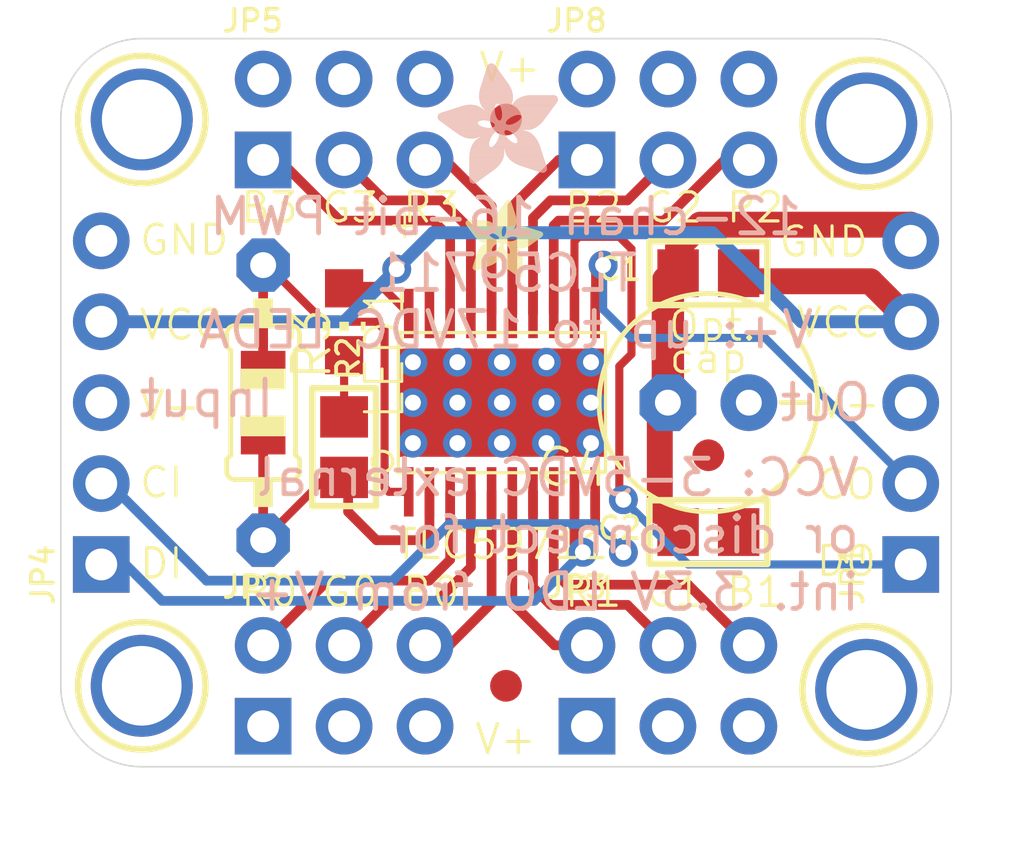
<source format=kicad_pcb>
(kicad_pcb (version 20211014) (generator pcbnew)
  (layers (0 "F.Cu" signal) (31 "B.Cu" signal) (34 "B.Paste" user) (35 "F.Paste" user) (36 "B.SilkS" user "B.Silkscreen") (37 "F.SilkS" user "F.Silkscreen") (38 "B.Mask" user) (39 "F.Mask" user) (44 "Edge.Cuts" user))
  (net 0 "")
  (net 1 "N$8")
  (net 2 "N$9")
  (net 3 "N$10")
  (net 4 "N$11")
  (net 5 "N$12")
  (net 6 "N$13")
  (net 7 "N$26")
  (net 8 "N$27")
  (net 9 "N$28")
  (net 10 "N$29")
  (net 11 "N$30")
  (net 12 "N$31")
  (net 13 "GND")
  (net 14 "VCC")
  (net 15 "N$1")
  (net 16 "SDTI")
  (net 17 "SCKI")
  (net 18 "N$2")
  (net 19 "SDTO")
  (net 20 "SCKO")
  (net 21 "+15V")
  (footprint "boardEagle:1X05_ROUND_70" (layer "F.Cu") (at 161.2011 105.0036 90)
    (fp_text reference "JP1" (at -6.4262 -1.8288 90) (layer "F.SilkS") (effects (font (size 0.692831 0.692831) (thickness 0.119969)) (justify left)))
    (fp_text value "OUTPUT")
    (pad "1" thru_hole rect (at -5.08 0 180) (size 1.778 1.778) (drill 1) (layers *.Cu *.Mask) (net 19 "SDTO"))
    (pad "2" thru_hole circle (at -2.54 0 180) (size 1.778 1.778) (drill 1) (layers *.Cu *.Mask) (net 20 "SCKO"))
    (pad "3" thru_hole circle (at 0 0 180) (size 1.778 1.778) (drill 1) (layers *.Cu *.Mask) (net 21 "+15V"))
    (pad "4" thru_hole circle (at 2.54 0 180) (size 1.778 1.778) (drill 1) (layers *.Cu *.Mask) (net 14 "VCC"))
    (pad "5" thru_hole circle (at 5.08 0 180) (size 1.778 1.778) (drill 1) (layers *.Cu *.Mask) (net 13 "GND"))
  )
  (footprint "boardEagle:0805" (layer "F.Cu") (at 143.4211 106.4006 90)
    (fp_text reference "R2" (at 2.032 0.127 90) (layer "F.SilkS") (effects (font (size 0.692831 0.692831) (thickness 0.119969)) (justify left)))
    (fp_text value "470")
    (pad "1" smd rect (at -0.95 0 90) (size 1.3 1.5) (layers "F.Cu" "F.Paste" "F.Mask") (net 13 "GND"))
    (pad "2" smd rect (at 0.95 0 90) (size 1.3 1.5) (layers "F.Cu" "F.Paste" "F.Mask") (net 15 "N$1"))
  )
  (footprint "boardEagle:FIDUCIAL_1MM" (layer "F.Cu") (at 148.5011 113.8936)
    (fp_text reference "FID1" hide)
    (fp_text value "FIDUCIAL\"\"" hide)
    (pad "1" smd roundrect (at 0 0) (size 1 1) (layers "F.Cu" "F.Mask") (roundrect_rratio 0.5))
  )
  (footprint "boardEagle:FIDUCIAL_1MM" (layer "F.Cu") (at 148.5011 96.1136)
    (fp_text reference "FID3" hide)
    (fp_text value "FIDUCIAL\"\"" hide)
    (pad "1" smd roundrect (at 0 0) (size 1 1) (layers "F.Cu" "F.Mask") (roundrect_rratio 0.5))
  )
  (footprint "boardEagle:MOUNTINGHOLE_2.5_PLATED" (layer "F.Cu") (at 159.8041 96.2406)
    (fp_text reference "U$2" hide)
    (fp_text value "MOUNTINGHOLE2.5" hide)
    (pad "P$1" thru_hole circle (at 0 0) (size 3.2 3.2) (drill 2.5) (layers *.Cu *.Mask))
  )
  (footprint "boardEagle:MOUNTINGHOLE_2.5_PLATED" (layer "F.Cu") (at 137.0711 113.8936)
    (fp_text reference "U$3" hide)
    (fp_text value "MOUNTINGHOLE2.5" hide)
    (pad "P$1" thru_hole circle (at 0 0) (size 3.2 3.2) (drill 2.5) (layers *.Cu *.Mask))
  )
  (footprint "boardEagle:0805-THM-7" (layer "F.Cu") (at 140.8811 105.0036 -90)
    (fp_text reference "R3" (at -3.048 -1.524 90) (layer "F.SilkS") (effects (font (size 1.1557 1.1557) (thickness 0.1143)) (justify right)))
    (fp_text value "3.3K")
    (fp_line (start -3.738 0) (end -1.1 0) (layer "F.Cu") (width 0.3048))
    (fp_line (start 1 0) (end 4.338 0) (layer "F.Cu") (width 0.3048))
    (fp_poly (pts (xy -1.6254 0.7) (xy -0.4254 0.7) (xy -0.4254 -0.7) (xy -1.6254 -0.7)) (layer "F.Cu") (width 0) (fill solid))
    (fp_poly (pts (xy 0.4254 0.7) (xy 1.6254 0.7) (xy 1.6254 -0.7) (xy 0.4254 -0.7)) (layer "F.Cu") (width 0) (fill solid))
    (pad "1" thru_hole roundrect (at -4.318 0 270) (size 1.6764 1.6764) (drill 0.8128) (layers *.Cu *.Mask) (chamfer_ratio 0.2928932188) (chamfer top_left top_right bottom_left bottom_right) (net 18 "N$2"))
    (pad "2" thru_hole roundrect (at 4.318 0 270) (size 1.6764 1.6764) (drill 0.8128) (layers *.Cu *.Mask) (chamfer_ratio 0.2928932188) (chamfer top_left top_right bottom_left bottom_right) (net 13 "GND"))
  )
  (footprint "boardEagle:0805" (layer "F.Cu") (at 154.8511 109.0676 180)
    (fp_text reference "C2" (at 2.032 0.127) (layer "F.SilkS") (effects (font (size 0.692831 0.692831) (thickness 0.119969)) (justify right)))
    (fp_text value "1uF/50V")
    (pad "1" smd rect (at -0.95 0 180) (size 1.3 1.5) (layers "F.Cu" "F.Paste" "F.Mask") (net 21 "+15V"))
    (pad "2" smd rect (at 0.95 0 180) (size 1.3 1.5) (layers "F.Cu" "F.Paste" "F.Mask") (net 13 "GND"))
  )
  (footprint "boardEagle:FIDUCIAL_1MM" (layer "F.Cu") (at 154.8511 106.6546)
    (fp_text reference "FID2" hide)
    (fp_text value "FIDUCIAL\"\"" hide)
    (pad "1" smd roundrect (at 0 0) (size 1 1) (layers "F.Cu" "F.Mask") (roundrect_rratio 0.5))
  )
  (footprint "boardEagle:2X03_ROUND_70MIL" (layer "F.Cu") (at 153.5811 113.8936)
    (fp_text reference "JP3" (at -3.8862 -3.0988) (layer "F.SilkS") (effects (font (size 0.692831 0.692831) (thickness 0.119969)) (justify left)))
    (fp_text value "")
    (pad "1" thru_hole rect (at -2.54 1.27 90) (size 1.778 1.778) (drill 1) (layers *.Cu *.Mask) (net 21 "+15V"))
    (pad "2" thru_hole circle (at -2.54 -1.27 90) (size 1.778 1.778) (drill 1) (layers *.Cu *.Mask) (net 4 "N$11"))
    (pad "3" thru_hole circle (at 0 1.27 90) (size 1.778 1.778) (drill 1) (layers *.Cu *.Mask) (net 21 "+15V"))
    (pad "4" thru_hole circle (at 0 -1.27 90) (size 1.778 1.778) (drill 1) (layers *.Cu *.Mask) (net 5 "N$12"))
    (pad "5" thru_hole circle (at 2.54 1.27 90) (size 1.778 1.778) (drill 1) (layers *.Cu *.Mask) (net 21 "+15V"))
    (pad "6" thru_hole circle (at 2.54 -1.27 90) (size 1.778 1.778) (drill 1) (layers *.Cu *.Mask) (net 6 "N$13"))
  )
  (footprint "boardEagle:1X05_ROUND_70" (layer "F.Cu") (at 135.8011 105.0036 90)
    (fp_text reference "JP4" (at -6.4262 -1.8288 90) (layer "F.SilkS") (effects (font (size 0.692831 0.692831) (thickness 0.119969)) (justify left)))
    (fp_text value "INPUT")
    (pad "1" thru_hole rect (at -5.08 0 180) (size 1.778 1.778) (drill 1) (layers *.Cu *.Mask) (net 16 "SDTI"))
    (pad "2" thru_hole circle (at -2.54 0 180) (size 1.778 1.778) (drill 1) (layers *.Cu *.Mask) (net 17 "SCKI"))
    (pad "3" thru_hole circle (at 0 0 180) (size 1.778 1.778) (drill 1) (layers *.Cu *.Mask) (net 21 "+15V"))
    (pad "4" thru_hole circle (at 2.54 0 180) (size 1.778 1.778) (drill 1) (layers *.Cu *.Mask) (net 14 "VCC"))
    (pad "5" thru_hole circle (at 5.08 0 180) (size 1.778 1.778) (drill 1) (layers *.Cu *.Mask) (net 13 "GND"))
  )
  (footprint "boardEagle:MOUNTINGHOLE_2.5_PLATED" (layer "F.Cu") (at 159.8041 114.0206)
    (fp_text reference "U$4" hide)
    (fp_text value "MOUNTINGHOLE2.5" hide)
    (pad "P$1" thru_hole circle (at 0 0) (size 3.2 3.2) (drill 2.5) (layers *.Cu *.Mask))
  )
  (footprint "boardEagle:HTSSOP20DAP" (layer "F.Cu") (at 148.3741 105.0036)
    (fp_text reference "IC1" hide)
    (fp_text value "TLC59711" hide)
    (pad "1" smd rect (at -2.925 2.8) (size 0.3 1.55) (layers "F.Cu" "F.Paste" "F.Mask") (net 18 "N$2"))
    (pad "2" smd rect (at -2.275 2.8) (size 0.3 1.55) (layers "F.Cu" "F.Paste" "F.Mask") (net 13 "GND"))
    (pad "3" smd rect (at -1.625 2.8) (size 0.3 1.55) (layers "F.Cu" "F.Paste" "F.Mask") (net 1 "N$8"))
    (pad "4" smd rect (at -0.975 2.8) (size 0.3 1.55) (layers "F.Cu" "F.Paste" "F.Mask") (net 2 "N$9"))
    (pad "5" smd rect (at -0.325 2.8) (size 0.3 1.55) (layers "F.Cu" "F.Paste" "F.Mask") (net 3 "N$10"))
    (pad "6" smd rect (at 0.325 2.8) (size 0.3 1.55) (layers "F.Cu" "F.Paste" "F.Mask") (net 4 "N$11"))
    (pad "7" smd rect (at 0.975 2.8) (size 0.3 1.55) (layers "F.Cu" "F.Paste" "F.Mask") (net 5 "N$12"))
    (pad "8" smd rect (at 1.625 2.8) (size 0.3 1.55) (layers "F.Cu" "F.Paste" "F.Mask") (net 6 "N$13"))
    (pad "9" smd rect (at 2.275 2.8) (size 0.3 1.55) (layers "F.Cu" "F.Paste" "F.Mask") (net 16 "SDTI"))
    (pad "10" smd rect (at 2.925 2.8) (size 0.3 1.55) (layers "F.Cu" "F.Paste" "F.Mask") (net 17 "SCKI"))
    (pad "11" smd rect (at 2.925 -2.8 180) (size 0.3 1.55) (layers "F.Cu" "F.Paste" "F.Mask") (net 20 "SCKO"))
    (pad "12" smd rect (at 2.275 -2.8 180) (size 0.3 1.55) (layers "F.Cu" "F.Paste" "F.Mask") (net 19 "SDTO"))
    (pad "13" smd rect (at 1.625 -2.8 180) (size 0.3 1.55) (layers "F.Cu" "F.Paste" "F.Mask") (net 9 "N$28"))
    (pad "14" smd rect (at 0.975 -2.8 180) (size 0.3 1.55) (layers "F.Cu" "F.Paste" "F.Mask") (net 8 "N$27"))
    (pad "15" smd rect (at 0.325 -2.8 180) (size 0.3 1.55) (layers "F.Cu" "F.Paste" "F.Mask") (net 7 "N$26"))
    (pad "16" smd rect (at -0.325 -2.8 180) (size 0.3 1.55) (layers "F.Cu" "F.Paste" "F.Mask") (net 12 "N$31"))
    (pad "17" smd rect (at -0.975 -2.8 180) (size 0.3 1.55) (layers "F.Cu" "F.Paste" "F.Mask") (net 11 "N$30"))
    (pad "18" smd rect (at -1.625 -2.8 180) (size 0.3 1.55) (layers "F.Cu" "F.Paste" "F.Mask") (net 10 "N$29"))
    (pad "19" smd rect (at -2.275 -2.8 180) (size 0.3 1.55) (layers "F.Cu" "F.Paste" "F.Mask") (net 21 "+15V"))
    (pad "20" smd rect (at -2.925 -2.8 180) (size 0.3 1.55) (layers "F.Cu" "F.Paste" "F.Mask") (net 14 "VCC"))
    (pad "EXP" smd rect (at 0 0) (size 6.5 3.4) (layers "F.Cu") (net 13 "GND"))
  )
  (footprint "boardEagle:CHIP-LED0805" (layer "F.Cu") (at 143.4211 102.4636 180)
    (fp_text reference "LED1" (at -1.27 1.27 90) (layer "F.SilkS") (effects (font (size 1.176528 1.176528) (thickness 0.093472)) (justify right)))
    (fp_text value "Green")
    (fp_text user "+" (at -1.27 2.54 180) (layer "F.SilkS") (effects (font (size 0.93472 0.93472) (thickness 0.08128)) (justify left bottom)))
    (pad "A" smd rect (at 0 1.05 180) (size 1.2 1.2) (layers "F.Cu" "F.Paste" "F.Mask") (net 14 "VCC"))
    (pad "C" smd rect (at 0 -1.05 180) (size 1.2 1.2) (layers "F.Cu" "F.Paste" "F.Mask") (net 15 "N$1"))
  )
  (footprint "boardEagle:E2,5-7" (layer "F.Cu") (at 154.8511 105.0036 180)
    (fp_text reference "C4" (at 3.048 -2.032) (layer "F.SilkS") (effects (font (size 1.1557 1.1557) (thickness 0.1143)) (justify right)))
    (fp_text value "220uF+")
    (pad "+" thru_hole circle (at -1.27 0 180) (size 1.778 1.778) (drill 0.8128) (layers *.Cu *.Mask) (net 21 "+15V"))
    (pad "-" thru_hole roundrect (at 1.27 0 180) (size 1.778 1.778) (drill 0.8128) (layers *.Cu *.Mask) (chamfer_ratio 0.2928932188) (chamfer top_left top_right bottom_left bottom_right) (net 13 "GND"))
  )
  (footprint "boardEagle:2X03_ROUND_70MIL" (layer "F.Cu") (at 153.5811 96.1136)
    (fp_text reference "JP8" (at -3.8862 -3.0988) (layer "F.SilkS") (effects (font (size 0.692831 0.692831) (thickness 0.119969)) (justify left)))
    (fp_text value "")
    (pad "1" thru_hole rect (at -2.54 1.27 90) (size 1.778 1.778) (drill 1) (layers *.Cu *.Mask) (net 7 "N$26"))
    (pad "2" thru_hole circle (at -2.54 -1.27 90) (size 1.778 1.778) (drill 1) (layers *.Cu *.Mask) (net 21 "+15V"))
    (pad "3" thru_hole circle (at 0 1.27 90) (size 1.778 1.778) (drill 1) (layers *.Cu *.Mask) (net 8 "N$27"))
    (pad "4" thru_hole circle (at 0 -1.27 90) (size 1.778 1.778) (drill 1) (layers *.Cu *.Mask) (net 21 "+15V"))
    (pad "5" thru_hole circle (at 2.54 1.27 90) (size 1.778 1.778) (drill 1) (layers *.Cu *.Mask) (net 9 "N$28"))
    (pad "6" thru_hole circle (at 2.54 -1.27 90) (size 1.778 1.778) (drill 1) (layers *.Cu *.Mask) (net 21 "+15V"))
  )
  (footprint "boardEagle:0805" (layer "F.Cu") (at 154.8511 100.9396 180)
    (fp_text reference "C1" (at 2.032 0.127) (layer "F.SilkS") (effects (font (size 0.692831 0.692831) (thickness 0.119969)) (justify right)))
    (fp_text value "10uF/16V")
    (pad "1" smd rect (at -0.95 0 180) (size 1.3 1.5) (layers "F.Cu" "F.Paste" "F.Mask") (net 14 "VCC"))
    (pad "2" smd rect (at 0.95 0 180) (size 1.3 1.5) (layers "F.Cu" "F.Paste" "F.Mask") (net 13 "GND"))
  )
  (footprint "boardEagle:2X03_ROUND_70MIL" (layer "F.Cu") (at 143.4211 113.8936)
    (fp_text reference "JP2" (at -3.8862 -3.0988) (layer "F.SilkS") (effects (font (size 0.692831 0.692831) (thickness 0.119969)) (justify left)))
    (fp_text value "")
    (pad "1" thru_hole rect (at -2.54 1.27 90) (size 1.778 1.778) (drill 1) (layers *.Cu *.Mask) (net 21 "+15V"))
    (pad "2" thru_hole circle (at -2.54 -1.27 90) (size 1.778 1.778) (drill 1) (layers *.Cu *.Mask) (net 1 "N$8"))
    (pad "3" thru_hole circle (at 0 1.27 90) (size 1.778 1.778) (drill 1) (layers *.Cu *.Mask) (net 21 "+15V"))
    (pad "4" thru_hole circle (at 0 -1.27 90) (size 1.778 1.778) (drill 1) (layers *.Cu *.Mask) (net 2 "N$9"))
    (pad "5" thru_hole circle (at 2.54 1.27 90) (size 1.778 1.778) (drill 1) (layers *.Cu *.Mask) (net 21 "+15V"))
    (pad "6" thru_hole circle (at 2.54 -1.27 90) (size 1.778 1.778) (drill 1) (layers *.Cu *.Mask) (net 3 "N$10"))
  )
  (footprint "boardEagle:MOUNTINGHOLE_2.5_PLATED" (layer "F.Cu") (at 137.0711 96.1136)
    (fp_text reference "U$1" hide)
    (fp_text value "MOUNTINGHOLE2.5" hide)
    (pad "P$1" thru_hole circle (at 0 0) (size 3.2 3.2) (drill 2.5) (layers *.Cu *.Mask))
  )
  (footprint "boardEagle:ADAFRUIT_2.5MM" (layer "F.Cu") (at 147.2311 101.0666)
    (fp_text reference "U$7" hide)
    (fp_text value "" hide)
  )
  (footprint "boardEagle:2X03_ROUND_70MIL" (layer "F.Cu") (at 143.4211 96.1136)
    (fp_text reference "JP5" (at -3.8862 -3.0988) (layer "F.SilkS") (effects (font (size 0.692831 0.692831) (thickness 0.119969)) (justify left)))
    (fp_text value "")
    (pad "1" thru_hole rect (at -2.54 1.27 90) (size 1.778 1.778) (drill 1) (layers *.Cu *.Mask) (net 10 "N$29"))
    (pad "2" thru_hole circle (at -2.54 -1.27 90) (size 1.778 1.778) (drill 1) (layers *.Cu *.Mask) (net 21 "+15V"))
    (pad "3" thru_hole circle (at 0 1.27 90) (size 1.778 1.778) (drill 1) (layers *.Cu *.Mask) (net 11 "N$30"))
    (pad "4" thru_hole circle (at 0 -1.27 90) (size 1.778 1.778) (drill 1) (layers *.Cu *.Mask) (net 21 "+15V"))
    (pad "5" thru_hole circle (at 2.54 1.27 90) (size 1.778 1.778) (drill 1) (layers *.Cu *.Mask) (net 12 "N$31"))
    (pad "6" thru_hole circle (at 2.54 -1.27 90) (size 1.778 1.778) (drill 1) (layers *.Cu *.Mask) (net 21 "+15V"))
  )
  (footprint "boardEagle:ADAFRUIT_3.5MM" (layer "B.Cu") (at 150.1521 98.1456 180)
    (fp_text reference "U$8" hide)
    (fp_text value "" hide)
  )
  (gr_line (start 137.0711 116.4336) (end 159.9311 116.4336) (layer "Edge.Cuts") (width 0.05))
  (gr_line (start 134.5311 96.1136) (end 134.5311 113.8936) (layer "Edge.Cuts") (width 0.05))
  (gr_line (start 162.4711 113.8936) (end 162.4711 96.1136) (layer "Edge.Cuts") (width 0.05))
  (gr_arc (start 159.9311 93.5736) (mid 161.727151 94.317549) (end 162.4711 96.1136) (layer "Edge.Cuts") (width 0.05))
  (gr_arc (start 134.5311 96.1136) (mid 135.275049 94.317549) (end 137.0711 93.5736) (layer "Edge.Cuts") (width 0.05))
  (gr_line (start 159.9311 93.5736) (end 137.0711 93.5736) (layer "Edge.Cuts") (width 0.05))
  (gr_arc (start 137.0711 116.4336) (mid 135.275049 115.689651) (end 134.5311 113.8936) (layer "Edge.Cuts") (width 0.05))
  (gr_arc (start 162.4711 113.8936) (mid 161.727151 115.689651) (end 159.9311 116.4336) (layer "Edge.Cuts") (width 0.05))
  (gr_text "Input" (at 139.1031 104.8766) (layer "B.SilkS") (effects (font (size 1.1176 1.1176) (thickness 0.1524)) (justify mirror)))
  (gr_text "12-chan 16-bit PWM" (at 148.5011 99.1616) (layer "B.SilkS") (effects (font (size 1.1176 1.1176) (thickness 0.1524)) (justify mirror)))
  (gr_text "VCC: 3-5VDC external\nor disconnect for\nint. 3.3V LDO from V+" (at 159.6771 111.6076) (layer "B.SilkS") (effects (font (size 1.1176 1.1176) (thickness 0.1524)) (justify left bottom mirror)))
  (gr_text "Out" (at 158.5341 105.0036) (layer "B.SilkS") (effects (font (size 1.1176 1.1176) (thickness 0.1524)) (justify mirror)))
  (gr_text "V+: up to 17VDC LEDA" (at 148.5011 102.7176) (layer "B.SilkS") (effects (font (size 1.1176 1.1176) (thickness 0.1524)) (justify mirror)))
  (gr_text "TLC59711" (at 148.5011 100.9396) (layer "B.SilkS") (effects (font (size 1.1176 1.1176) (thickness 0.1524)) (justify mirror)))
  (gr_text "VCC" (at 160.3121 101.9556) (layer "F.SilkS") (effects (font (size 0.9144 0.9144) (thickness 0.1016)) (justify right top)))
  (gr_text "G3" (at 142.6591 99.4156) (layer "F.SilkS") (effects (font (size 0.9144 0.9144) (thickness 0.1016)) (justify left bottom)))
  (gr_text "CO" (at 160.1851 107.0356) (layer "F.SilkS") (effects (font (size 0.9144 0.9144) (thickness 0.1016)) (justify right top)))
  (gr_text "GND" (at 159.9311 99.4156) (layer "F.SilkS") (effects (font (size 0.9144 0.9144) (thickness 0.1016)) (justify right top)))
  (gr_text "V+" (at 136.9441 105.6386) (layer "F.SilkS") (effects (font (size 0.9144 0.9144) (thickness 0.1016)) (justify left bottom)))
  (gr_text "TLC59711" (at 148.3741 109.4486) (layer "F.SilkS") (effects (font (size 0.9144 0.9144) (thickness 0.1016))))
  (gr_text "R2" (at 155.3591 99.4156) (layer "F.SilkS") (effects (font (size 0.9144 0.9144) (thickness 0.1016)) (justify left bottom)))
  (gr_text "B1" (at 155.3591 111.4806) (layer "F.SilkS") (effects (font (size 0.9144 0.9144) (thickness 0.1016)) (justify left bottom)))
  (gr_text "CI" (at 136.9441 108.0516) (layer "F.SilkS") (effects (font (size 0.9144 0.9144) (thickness 0.1016)) (justify left bottom)))
  (gr_text "B3" (at 140.1191 99.4156) (layer "F.SilkS") (effects (font (size 0.9144 0.9144) (thickness 0.1016)) (justify left bottom)))
  (gr_text "G2" (at 152.8191 99.4156) (layer "F.SilkS") (effects (font (size 0.9144 0.9144) (thickness 0.1016)) (justify left bottom)))
  (gr_text "R0" (at 140.1191 111.4806) (layer "F.SilkS") (effects (font (size 0.9144 0.9144) (thickness 0.1016)) (justify left bottom)))
  (gr_text "G1" (at 152.8191 111.4806) (layer "F.SilkS") (effects (font (size 0.9144 0.9144) (thickness 0.1016)) (justify left bottom)))
  (gr_text "G0" (at 142.6591 111.4806) (layer "F.SilkS") (effects (font (size 0.9144 0.9144) (thickness 0.1016)) (justify left bottom)))
  (gr_text "R1" (at 150.2791 111.4806) (layer "F.SilkS") (effects (font (size 0.9144 0.9144) (thickness 0.1016)) (justify left bottom)))
  (gr_text "V+" (at 149.5171 115.0366) (layer "F.SilkS") (effects (font (size 0.9144 0.9144) (thickness 0.1016)) (justify right top)))
  (gr_text "V+" (at 160.3121 104.4956) (layer "F.SilkS") (effects (font (size 0.9144 0.9144) (thickness 0.1016)) (justify right top)))
  (gr_text "B0" (at 145.1991 111.4806) (layer "F.SilkS") (effects (font (size 0.9144 0.9144) (thickness 0.1016)) (justify left bottom)))
  (gr_text "cap" (at 154.8511 103.6066) (layer "F.SilkS") (effects (font (size 0.9144 0.9144) (thickness 0.1016))))
  (gr_text "VCC" (at 136.9441 103.0986) (layer "F.SilkS") (effects (font (size 0.9144 0.9144) (thickness 0.1016)) (justify left bottom)))
  (gr_text "DI" (at 136.9441 110.5916) (layer "F.SilkS") (effects (font (size 0.9144 0.9144) (thickness 0.1016)) (justify left bottom)))
  (gr_text "DO" (at 160.1851 109.4486) (layer "F.SilkS") (effects (font (size 0.9144 0.9144) (thickness 0.1016)) (justify right top)))
  (gr_text "GND" (at 136.9441 100.4316) (layer "F.SilkS") (effects (font (size 0.9144 0.9144) (thickness 0.1016)) (justify left bottom)))
  (gr_text "R3" (at 145.1991 99.4156) (layer "F.SilkS") (effects (font (size 0.9144 0.9144) (thickness 0.1016)) (justify left bottom)))
  (gr_text "B2" (at 150.2791 99.4156) (layer "F.SilkS") (effects (font (size 0.9144 0.9144) (thickness 0.1016)) (justify left bottom)))
  (gr_text "Opt." (at 154.9781 102.5906) (layer "F.SilkS") (effects (font (size 0.9144 0.9144) (thickness 0.1016))))
  (gr_text "V+" (at 149.6441 93.9546) (layer "F.SilkS") (effects (font (size 0.9144 0.9144) (thickness 0.1016)) (justify right top)))
  (segment (start 142.9131 110.5916) (end 140.8811 112.6236) (width 0.3048) (layer "F.Cu") (net 1))
  (segment (start 146.7491 107.8036) (end 146.7491 109.9306) (width 0.3048) (layer "F.Cu") (net 1))
  (segment (start 146.0881 110.5916) (end 142.9131 110.5916) (width 0.3048) (layer "F.Cu") (net 1))
  (segment (start 146.7491 109.9306) (end 146.0881 110.5916) (width 0.3048) (layer "F.Cu") (net 1))
  (segment (start 147.3991 107.8036) (end 147.3991 110.1696) (width 0.3048) (layer "F.Cu") (net 2))
  (segment (start 144.8181 111.2266) (end 143.4211 112.6236) (width 0.3048) (layer "F.Cu") (net 2))
  (segment (start 146.3421 111.2266) (end 144.8181 111.2266) (width 0.3048) (layer "F.Cu") (net 2))
  (segment (start 147.3991 110.1696) (end 146.3421 111.2266) (width 0.3048) (layer "F.Cu") (net 2))
  (segment (start 148.0491 107.8036) (end 148.0491 111.2976) (width 0.3048) (layer "F.Cu") (net 3))
  (segment (start 146.0881 112.6236) (end 145.9611 112.6236) (width 0.3048) (layer "F.Cu") (net 3))
  (segment (start 146.7231 112.6236) (end 146.0881 112.6236) (width 0.3048) (layer "F.Cu") (net 3))
  (segment (start 148.0491 111.2976) (end 146.7231 112.6236) (width 0.3048) (layer "F.Cu") (net 3))
  (segment (start 148.6991 111.2976) (end 150.0251 112.6236) (width 0.3048) (layer "F.Cu") (net 4))
  (segment (start 148.6991 107.8036) (end 148.6991 111.2976) (width 0.3048) (layer "F.Cu") (net 4))
  (segment (start 150.0251 112.6236) (end 151.0411 112.6236) (width 0.3048) (layer "F.Cu") (net 4))
  (segment (start 149.3491 107.8036) (end 149.3491 110.8046) (width 0.3048) (layer "F.Cu") (net 5))
  (segment (start 149.8981 111.3536) (end 152.3111 111.3536) (width 0.3048) (layer "F.Cu") (net 5))
  (segment (start 152.3111 111.3536) (end 153.5811 112.6236) (width 0.3048) (layer "F.Cu") (net 5))
  (segment (start 149.3491 110.8046) (end 149.8981 111.3536) (width 0.3048) (layer "F.Cu") (net 5))
  (segment (start 149.9991 107.8036) (end 149.9991 110.3116) (width 0.3048) (layer "F.Cu") (net 6))
  (segment (start 150.4061 110.7186) (end 154.2161 110.7186) (width 0.3048) (layer "F.Cu") (net 6))
  (segment (start 149.9991 110.3116) (end 150.4061 110.7186) (width 0.3048) (layer "F.Cu") (net 6))
  (segment (start 154.2161 110.7186) (end 156.1211 112.6236) (width 0.3048) (layer "F.Cu") (net 6))
  (segment (start 150.1521 97.3836) (end 151.0411 97.3836) (width 0.3048) (layer "F.Cu") (net 7))
  (segment (start 148.6991 102.2036) (end 148.6991 98.8366) (width 0.3048) (layer "F.Cu") (net 7))
  (segment (start 148.6991 98.8366) (end 150.1521 97.3836) (width 0.3048) (layer "F.Cu") (net 7))
  (segment (start 149.8981 98.6536) (end 152.3111 98.6536) (width 0.3048) (layer "F.Cu") (net 8))
  (segment (start 149.3491 102.2036) (end 149.3491 99.2026) (width 0.3048) (layer "F.Cu") (net 8))
  (segment (start 152.3111 98.6536) (end 153.5811 97.3836) (width 0.3048) (layer "F.Cu") (net 8))
  (segment (start 149.3491 99.2026) (end 149.8981 98.6536) (width 0.3048) (layer "F.Cu") (net 8))
  (segment (start 149.9991 102.2036) (end 149.9991 99.4416) (width 0.3048) (layer "F.Cu") (net 9))
  (segment (start 153.4541 99.2886) (end 155.3591 97.3836) (width 0.3048) (layer "F.Cu") (net 9))
  (segment (start 150.1521 99.2886) (end 153.4541 99.2886) (width 0.3048) (layer "F.Cu") (net 9))
  (segment (start 155.3591 97.3836) (end 156.1211 97.3836) (width 0.3048) (layer "F.Cu") (net 9))
  (segment (start 149.9991 99.4416) (end 150.1521 99.2886) (width 0.3048) (layer "F.Cu") (net 9))
  (segment (start 143.2941 99.2886) (end 146.2151 99.2886) (width 0.3048) (layer "F.Cu") (net 10))
  (segment (start 141.3891 97.3836) (end 143.2941 99.2886) (width 0.3048) (layer "F.Cu") (net 10))
  (segment (start 140.8811 97.3836) (end 141.3891 97.3836) (width 0.3048) (layer "F.Cu") (net 10))
  (segment (start 146.7491 99.8226) (end 146.7491 102.2036) (width 0.3048) (layer "F.Cu") (net 10))
  (segment (start 146.2151 99.2886) (end 146.7491 99.8226) (width 0.3048) (layer "F.Cu") (net 10))
  (segment (start 147.3991 99.5836) (end 147.3991 102.2036) (width 0.3048) (layer "F.Cu") (net 11))
  (segment (start 146.4691 98.6536) (end 147.3991 99.5836) (width 0.3048) (layer "F.Cu") (net 11))
  (segment (start 146.4691 98.6536) (end 144.6911 98.6536) (width 0.3048) (layer "F.Cu") (net 11))
  (segment (start 144.6911 98.6536) (end 143.4211 97.3836) (width 0.3048) (layer "F.Cu") (net 11))
  (segment (start 146.5961 97.3836) (end 145.9611 97.3836) (width 0.3048) (layer "F.Cu") (net 12))
  (segment (start 148.0491 98.8366) (end 146.5961 97.3836) (width 0.3048) (layer "F.Cu") (net 12))
  (segment (start 148.0491 102.2036) (end 148.0491 98.8366) (width 0.3048) (layer "F.Cu") (net 12))
  (segment (start 153.5811 101.1936) (end 153.5811 105.0036) (width 1.016) (layer "F.Cu") (net 13))
  (segment (start 143.5481 107.4776) (end 143.4211 107.3506) (width 0.3048) (layer "F.Cu") (net 13))
  (segment (start 153.3271 108.4326) (end 153.3271 105.2576) (width 0.8128) (layer "F.Cu") (net 13))
  (segment (start 154.5971 99.4156) (end 153.9011 100.1116) (width 0.8128) (layer "F.Cu") (net 13))
  (segment (start 161.2011 99.4156) (end 154.5971 99.4156) (width 0.8128) (layer "F.Cu") (net 13))
  (segment (start 146.0991 107.8036) (end 146.0991 109.0566) (width 0.3048) (layer "F.Cu") (net 13))
  (segment (start 153.3271 105.2576) (end 153.5811 105.0036) (width 0.8128) (layer "F.Cu") (net 13))
  (segment (start 143.5481 108.4326) (end 143.5481 107.4776) (width 0.3048) (layer "F.Cu") (net 13))
  (segment (start 153.3271 108.4326) (end 153.9011 109.0066) (width 0.6096) (layer "F.Cu") (net 13))
  (segment (start 153.9011 101.1936) (end 153.9011 100.9396) (width 0.6096) (layer "F.Cu") (net 13))
  (segment (start 146.0991 109.0566) (end 145.8341 109.3216) (width 0.3048) (layer "F.Cu") (net 13))
  (segment (start 153.9011 100.1116) (end 153.9011 100.9396) (width 0.8128) (layer "F.Cu") (net 13))
  (segment (start 142.8521 107.3506) (end 140.8811 109.3216) (width 0.254) (layer "F.Cu") (net 13))
  (segment (start 161.2011 99.9236) (end 161.2011 99.4156) (width 0.8128) (layer "F.Cu") (net 13))
  (segment (start 153.5811 101.1936) (end 153.9011 101.1936) (width 0.6096) (layer "F.Cu") (net 13))
  (segment (start 144.4371 109.3216) (end 143.5481 108.4326) (width 0.3048) (layer "F.Cu") (net 13))
  (segment (start 145.8341 109.3216) (end 144.4371 109.3216) (width 0.3048) (layer "F.Cu") (net 13))
  (segment (start 153.9011 109.0066) (end 153.9011 109.0676) (width 0.6096) (layer "F.Cu") (net 13))
  (segment (start 143.4211 107.3506) (end 142.8521 107.3506) (width 0.254) (layer "F.Cu") (net 13))
  (via (at 148.3741 105.0036) (size 0.9064) (drill 0.5) (layers "F.Cu" "B.Cu") (net 13))
  (via (at 151.1681 105.0036) (size 0.9064) (drill 0.5) (layers "F.Cu" "B.Cu") (net 13))
  (via (at 149.7711 105.0036) (size 0.9064) (drill 0.5) (layers "F.Cu" "B.Cu") (net 13))
  (via (at 145.5801 105.0036) (size 0.9064) (drill 0.5) (layers "F.Cu" "B.Cu") (net 13))
  (via (at 145.5801 103.7336) (size 0.9064) (drill 0.5) (layers "F.Cu" "B.Cu") (net 13))
  (via (at 151.1681 106.2736) (size 0.9064) (drill 0.5) (layers "F.Cu" "B.Cu") (net 13))
  (via (at 148.3741 103.7336) (size 0.9064) (drill 0.5) (layers "F.Cu" "B.Cu") (net 13))
  (via (at 149.7711 103.7336) (size 0.9064) (drill 0.5) (layers "F.Cu" "B.Cu") (net 13))
  (via (at 146.9771 106.2736) (size 0.9064) (drill 0.5) (layers "F.Cu" "B.Cu") (net 13))
  (via (at 146.9771 103.7336) (size 0.9064) (drill 0.5) (layers "F.Cu" "B.Cu") (net 13))
  (via (at 151.1681 103.7336) (size 0.9064) (drill 0.5) (layers "F.Cu" "B.Cu") (net 13))
  (via (at 145.5801 106.2736) (size 0.9064) (drill 0.5) (layers "F.Cu" "B.Cu") (net 13))
  (via (at 148.3741 106.2736) (size 0.9064) (drill 0.5) (layers "F.Cu" "B.Cu") (net 13))
  (via (at 146.9771 105.0036) (size 0.9064) (drill 0.5) (layers "F.Cu" "B.Cu") (net 13))
  (via (at 149.7711 106.2736) (size 0.9064) (drill 0.5) (layers "F.Cu" "B.Cu") (net 13))
  (segment (start 143.3871 101.4136) (end 143.4211 101.4136) (width 0.4064) (layer "F.Cu") (net 14))
  (segment (start 144.4711 101.4136) (end 145.0721 100.8126) (width 0.4064) (layer "F.Cu") (net 14))
  (segment (start 155.9941 101.1936) (end 155.8011 101.1936) (width 0.6096) (layer "F.Cu") (net 14))
  (segment (start 145.4491 102.2036) (end 144.6591 101.4136) (width 0.254) (layer "F.Cu") (net 14))
  (segment (start 144.6591 101.4136) (end 143.4211 101.4136) (width 0.254) (layer "F.Cu") (net 14))
  (segment (start 155.9941 101.1936) (end 159.9311 101.1936) (width 0.8128) (layer "F.Cu") (net 14))
  (segment (start 155.8011 101.1936) (end 155.8011 100.9396) (width 0.6096) (layer "F.Cu") (net 14))
  (segment (start 159.9311 101.1936) (end 161.2011 102.4636) (width 0.8128) (layer "F.Cu") (net 14))
  (segment (start 143.4211 101.4136) (end 144.4711 101.4136) (width 0.4064) (layer "F.Cu") (net 14))
  (via (at 145.0721 100.8126) (size 0.9064) (drill 0.5) (layers "F.Cu" "B.Cu") (net 14))
  (segment (start 145.0721 100.8126) (end 143.4211 102.4636) (width 0.4064) (layer "B.Cu") (net 14))
  (segment (start 146.2151 99.6696) (end 154.9781 99.6696) (width 0.4064) (layer "B.Cu") (net 14))
  (segment (start 154.9781 99.6696) (end 157.7721 102.4636) (width 0.4064) (layer "B.Cu") (net 14))
  (segment (start 143.4211 102.4636) (end 135.8011 102.4636) (width 0.4064) (layer "B.Cu") (net 14))
  (segment (start 157.7721 102.4636) (end 161.2011 102.4636) (width 0.4064) (layer "B.Cu") (net 14))
  (segment (start 145.0721 100.8126) (end 146.2151 99.6696) (width 0.4064) (layer "B.Cu") (net 14))
  (segment (start 143.4211 103.5136) (end 143.4211 105.4506) (width 0.254) (layer "F.Cu") (net 15))
  (segment (start 150.6491 107.8036) (end 150.6491 109.4376) (width 0.3048) (layer "F.Cu") (net 16))
  (segment (start 150.6491 109.4376) (end 150.9141 109.7026) (width 0.3048) (layer "F.Cu") (net 16))
  (via (at 150.9141 109.7026) (size 0.9064) (drill 0.5) (layers "F.Cu" "B.Cu") (net 16))
  (segment (start 136.5631 110.0836) (end 135.8011 110.0836) (width 0.3048) (layer "B.Cu") (net 16))
  (segment (start 137.7061 111.2266) (end 136.5631 110.0836) (width 0.3048) (layer "B.Cu") (net 16))
  (segment (start 149.3901 111.2266) (end 137.7061 111.2266) (width 0.3048) (layer "B.Cu") (net 16))
  (segment (start 150.9141 109.7026) (end 149.3901 111.2266) (width 0.3048) (layer "B.Cu") (net 16))
  (segment (start 151.2991 108.8176) (end 152.1841 109.7026) (width 0.3048) (layer "F.Cu") (net 17))
  (segment (start 151.2991 107.8036) (end 151.2991 108.8176) (width 0.3048) (layer "F.Cu") (net 17))
  (via (at 152.1841 109.7026) (size 0.9064) (drill 0.5) (layers "F.Cu" "B.Cu") (net 17))
  (segment (start 146.7231 108.8136) (end 144.9451 110.5916) (width 0.3048) (layer "B.Cu") (net 17))
  (segment (start 152.1841 109.7026) (end 151.2951 108.8136) (width 0.3048) (layer "B.Cu") (net 17))
  (segment (start 139.1031 110.5916) (end 136.0551 107.5436) (width 0.3048) (layer "B.Cu") (net 17))
  (segment (start 144.9451 110.5916) (end 139.1031 110.5916) (width 0.3048) (layer "B.Cu") (net 17))
  (segment (start 136.0551 107.5436) (end 135.8011 107.5436) (width 0.3048) (layer "B.Cu") (net 17))
  (segment (start 151.2951 108.8136) (end 146.7231 108.8136) (width 0.3048) (layer "B.Cu") (net 17))
  (segment (start 144.6911 107.6706) (end 144.6911 102.7176) (width 0.254) (layer "F.Cu") (net 18))
  (segment (start 144.6911 102.7176) (end 144.4371 102.4636) (width 0.254) (layer "F.Cu") (net 18))
  (segment (start 144.4371 102.4636) (end 142.7861 102.4636) (width 0.254) (layer "F.Cu") (net 18))
  (segment (start 145.4491 107.8036) (end 144.8241 107.8036) (width 0.254) (layer "F.Cu") (net 18))
  (segment (start 141.0081 100.6856) (end 140.8811 100.6856) (width 0.254) (layer "F.Cu") (net 18))
  (segment (start 142.7861 102.4636) (end 141.0081 100.6856) (width 0.254) (layer "F.Cu") (net 18))
  (segment (start 144.8241 107.8036) (end 144.6911 107.6706) (width 0.254) (layer "F.Cu") (net 18))
  (segment (start 150.6491 102.2036) (end 150.6491 99.9346) (width 0.254) (layer "F.Cu") (net 19))
  (segment (start 150.6491 99.9346) (end 150.7871 99.7966) (width 0.254) (layer "F.Cu") (net 19))
  (segment (start 152.4381 100.1776) (end 152.4381 103.4796) (width 0.254) (layer "F.Cu") (net 19))
  (segment (start 152.0571 99.7966) (end 152.4381 100.1776) (width 0.254) (layer "F.Cu") (net 19))
  (segment (start 152.4381 103.4796) (end 152.0571 103.8606) (width 0.254) (layer "F.Cu") (net 19))
  (segment (start 152.0571 107.9246) (end 152.1841 108.0516) (width 0.254) (layer "F.Cu") (net 19))
  (segment (start 150.7871 99.7966) (end 152.0571 99.7966) (width 0.254) (layer "F.Cu") (net 19))
  (segment (start 152.0571 103.8606) (end 152.0571 107.9246) (width 0.254) (layer "F.Cu") (net 19))
  (via (at 152.1841 108.0516) (size 0.9064) (drill 0.5) (layers "F.Cu" "B.Cu") (net 19))
  (segment (start 154.2161 110.0836) (end 161.2011 110.0836) (width 0.254) (layer "B.Cu") (net 19))
  (segment (start 152.1841 108.0516) (end 154.2161 110.0836) (width 0.254) (layer "B.Cu") (net 19))
  (segment (start 151.2991 100.9356) (end 151.2991 102.2036) (width 0.254) (layer "F.Cu") (net 20))
  (segment (start 151.5491 100.6856) (end 151.2991 100.9356) (width 0.254) (layer "F.Cu") (net 20))
  (via (at 151.5491 100.6856) (size 0.9064) (drill 0.5) (layers "F.Cu" "B.Cu") (net 20))
  (segment (start 156.6291 102.9716) (end 152.4381 102.9716) (width 0.254) (layer "B.Cu") (net 20))
  (segment (start 161.2011 107.5436) (end 156.6291 102.9716) (width 0.254) (layer "B.Cu") (net 20))
  (segment (start 152.4381 102.9716) (end 151.5491 102.0826) (width 0.254) (layer "B.Cu") (net 20))
  (segment (start 151.5491 102.0826) (end 151.5491 100.6856) (width 0.254) (layer "B.Cu") (net 20))
)
</source>
